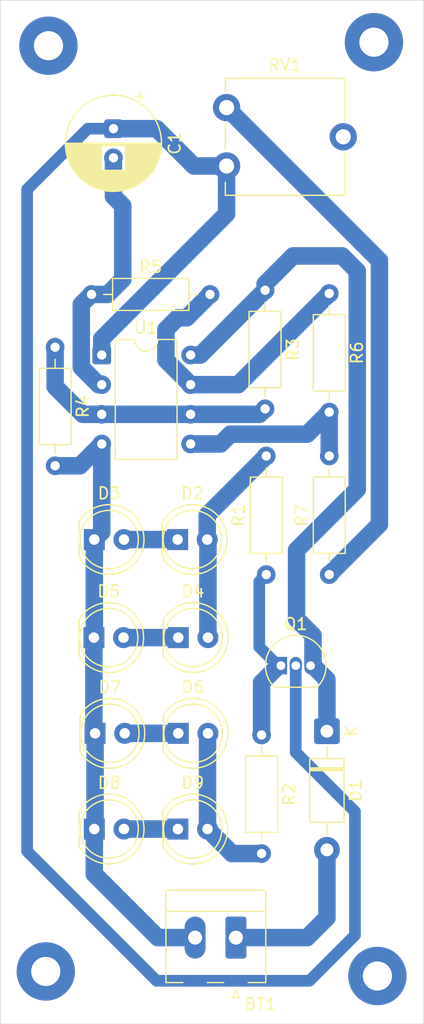
<source format=kicad_pcb>
(kicad_pcb (version 20241229) (generator "pcbnew") (generator_version "9.0")
  (title_block (title "Simulador respiracion humana") (date "2026-01-06") (rev "1.0") (company "Kits de electronica"))
  (layers (0 "F.Cu" signal) (2 "B.Cu" signal) (13 "F.Paste" user) (15 "B.Paste" user) (5 "F.SilkS" user "F.Silkscreen") (7 "B.SilkS" user "B.Silkscreen") (1 "F.Mask" user) (3 "B.Mask" user) (25 "Edge.Cuts" user))
  (net 0 "")
  (net 1 "Net-(BT1--)")
  (net 2 "Net-(BT1-+)")
  (net 3 "Net-(Q1-B)")
  (net 4 "Net-(C1-Pad2)")
  (net 5 "Net-(D1-K)")
  (net 6 "Net-(D2-K)")
  (net 7 "Net-(D2-A)")
  (net 8 "Net-(D4-K)")
  (net 9 "Net-(D6-A)")
  (net 10 "Net-(D6-K)")
  (net 11 "Net-(D8-A)")
  (net 12 "Net-(Q1-E)")
  (net 13 "Net-(R3-Pad2)")
  (net 14 "Net-(R5-Pad2)")
  (net 15 "Net-(R6-Pad2)")
  (net 16 "Net-(R7-Pad1)")
  (footprint "missimbolos:pad" (layer "F.Cu") (at 155.8 124.8)
    (property "Reference" "PadPlaca4" (hide yes))
    (property "Value" "~" (hide yes))
    (pad "1" thru_hole circle (at 0.03 -0.01) (size 5 5) (drill 2.5) (layers "*.Cu" "*.Mask"))
  )
  (footprint "LED_THT:LED_D5.0mm" (layer "F.Cu") (at 131.525 95.8)
    (property "Reference" "D5" (at 1.27 -3.96 0) (layer "F.SilkS"))
    (property "Value" "LED")
    (fp_line (start -1.29 -1.545) (end -1.29 1.545) (stroke (width 0.12)) (layer "F.SilkS"))
    (fp_arc (start -1.29 -1.54483) (mid 2.071779 -2.880495) (end 4.26 0) (stroke (width 0.12)) (layer "F.SilkS"))
    (fp_arc (start 4.26 0) (mid 2.071779 2.880495) (end -1.29 1.54483) (stroke (width 0.12)) (layer "F.SilkS"))
    (fp_circle (center 1.27 0) (end 3.77 0) (stroke (width 0.12)) (fill no) (layer "F.SilkS"))
    (pad "1" thru_hole rect (at 0 0) (size 1.8 1.8) (drill 0.9) (layers "*.Cu" "*.Mask") (net 1 "Net-(BT1--)"))
    (pad "2" thru_hole circle (at 2.54 0) (size 1.8 1.8) (drill 0.9) (layers "*.Cu" "*.Mask") (net 8 "Net-(D4-K)"))
  )
  (footprint "Resistor_THT:R_Axial_DIN0207_L6.3mm_D2.5mm_P10.16mm_Horizontal" (layer "F.Cu") (at 146.2 66.04 -90)
    (property "Reference" "R3" (at 5.08 -2.37 90) (layer "F.SilkS"))
    (property "Value" "47K")
    (fp_line (start 1.04 0) (end 1.81 0) (stroke (width 0.12)) (layer "F.SilkS"))
    (fp_line (start 9.12 0) (end 8.35 0) (stroke (width 0.12)) (layer "F.SilkS"))
    (fp_rect (start 1.81 -1.37) (end 8.35 1.37) (stroke (width 0.12)) (fill no) (layer "F.SilkS"))
    (pad "1" thru_hole circle (at 0 0 270) (size 1.6 1.6) (drill 0.8) (layers "*.Cu" "*.Mask") (net 5 "Net-(D1-K)"))
    (pad "2" thru_hole circle (at 10.16 0 270) (size 1.6 1.6) (drill 0.8) (layers "*.Cu" "*.Mask") (net 13 "Net-(R3-Pad2)"))
  )
  (footprint "missimbolos:pad" (layer "F.Cu") (at 127.6 45.1)
    (property "Reference" "PadPlaca1" (hide yes))
    (property "Value" "~" (hide yes))
    (pad "1" thru_hole circle (at 0.03 -0.01) (size 5 5) (drill 2.5) (layers "*.Cu" "*.Mask"))
  )
  (footprint "LED_THT:LED_D5.0mm" (layer "F.Cu") (at 131.56 87.4)
    (property "Reference" "D3" (at 1.27 -3.96 0) (layer "F.SilkS"))
    (property "Value" "LED")
    (fp_line (start -1.29 -1.545) (end -1.29 1.545) (stroke (width 0.12)) (layer "F.SilkS"))
    (fp_arc (start -1.29 -1.54483) (mid 2.071779 -2.880495) (end 4.26 0) (stroke (width 0.12)) (layer "F.SilkS"))
    (fp_arc (start 4.26 0) (mid 2.071779 2.880495) (end -1.29 1.54483) (stroke (width 0.12)) (layer "F.SilkS"))
    (fp_circle (center 1.27 0) (end 3.77 0) (stroke (width 0.12)) (fill no) (layer "F.SilkS"))
    (pad "1" thru_hole rect (at 0 0) (size 1.8 1.8) (drill 0.9) (layers "*.Cu" "*.Mask") (net 1 "Net-(BT1--)"))
    (pad "2" thru_hole circle (at 2.54 0) (size 1.8 1.8) (drill 0.9) (layers "*.Cu" "*.Mask") (net 6 "Net-(D2-K)"))
  )
  (footprint "Resistor_THT:R_Axial_DIN0207_L6.3mm_D2.5mm_P10.16mm_Horizontal" (layer "F.Cu") (at 145.9 104.14 -90)
    (property "Reference" "R2" (at 5.08 -2.37 90) (layer "F.SilkS"))
    (property "Value" "100")
    (fp_line (start 1.04 0) (end 1.81 0) (stroke (width 0.12)) (layer "F.SilkS"))
    (fp_line (start 9.12 0) (end 8.35 0) (stroke (width 0.12)) (layer "F.SilkS"))
    (fp_rect (start 1.81 -1.37) (end 8.35 1.37) (stroke (width 0.12)) (fill no) (layer "F.SilkS"))
    (pad "1" thru_hole circle (at 0 0 270) (size 1.6 1.6) (drill 0.8) (layers "*.Cu" "*.Mask") (net 12 "Net-(Q1-E)"))
    (pad "2" thru_hole circle (at 10.16 0 270) (size 1.6 1.6) (drill 0.8) (layers "*.Cu" "*.Mask") (net 9 "Net-(D6-A)"))
  )
  (footprint "Diode_THT:D_DO-41_SOD81_P10.16mm_Horizontal" (layer "F.Cu") (at 151.5 103.82 -90)
    (property "Reference" "D1" (at 5.08 -2.47 90) (layer "F.SilkS"))
    (property "Value" "1N4007")
    (fp_line (start 1.34 0) (end 2.36 0) (stroke (width 0.12)) (layer "F.SilkS"))
    (fp_line (start 8.82 0) (end 7.8 0) (stroke (width 0.12)) (layer "F.SilkS"))
    (fp_line (start 3.14 -1.47) (end 3.14 1.47) (stroke (width 0.12)) (layer "F.SilkS"))
    (fp_line (start 3.26 -1.47) (end 3.26 1.47) (stroke (width 0.12)) (layer "F.SilkS"))
    (fp_line (start 3.38 -1.47) (end 3.38 1.47) (stroke (width 0.12)) (layer "F.SilkS"))
    (fp_rect (start 2.36 -1.47) (end 7.8 1.47) (stroke (width 0.12)) (fill no) (layer "F.SilkS"))
    (fp_text user "K" (at 0 -2.1 90) (layer "F.SilkS"))
    (pad "1" thru_hole roundrect (at 0 0 270) (size 2.2 2.2) (drill 1.1) (layers "*.Cu" "*.Mask") (roundrect_rratio 0.113636) (net 5 "Net-(D1-K)"))
    (pad "2" thru_hole circle (at 10.16 0 270) (size 2.2 2.2) (drill 1.1) (layers "*.Cu" "*.Mask") (net 2 "Net-(BT1-+)"))
  )
  (footprint "Resistor_THT:R_Axial_DIN0207_L6.3mm_D2.5mm_P10.16mm_Horizontal" (layer "F.Cu") (at 131.32 66.4)
    (property "Reference" "R5" (at 5.08 -2.37 0) (layer "F.SilkS"))
    (property "Value" "47K")
    (fp_line (start 1.04 0) (end 1.81 0) (stroke (width 0.12)) (layer "F.SilkS"))
    (fp_line (start 9.12 0) (end 8.35 0) (stroke (width 0.12)) (layer "F.SilkS"))
    (fp_rect (start 1.81 -1.37) (end 8.35 1.37) (stroke (width 0.12)) (fill no) (layer "F.SilkS"))
    (pad "1" thru_hole circle (at 0 0) (size 1.6 1.6) (drill 0.8) (layers "*.Cu" "*.Mask") (net 4 "Net-(C1-Pad2)"))
    (pad "2" thru_hole circle (at 10.16 0) (size 1.6 1.6) (drill 0.8) (layers "*.Cu" "*.Mask") (net 14 "Net-(R5-Pad2)"))
  )
  (footprint "missimbolos:pad" (layer "F.Cu") (at 155.5 44.8)
    (property "Reference" "PadPlaca2" (hide yes))
    (property "Value" "~" (hide yes))
    (pad "1" thru_hole circle (at 0.03 -0.01) (size 5 5) (drill 2.5) (layers "*.Cu" "*.Mask"))
  )
  (footprint "Capacitor_THT:CP_Radial_D8.0mm_P2.50mm" (layer "F.Cu") (at 133.2 52.2 -90)
    (property "Reference" "C1" (at 1.25 -5.25 90) (layer "F.SilkS"))
    (property "Value" "22uF")
    (fp_line (start 1.49 1.04) (end 1.49 4.073) (stroke (width 0.12)) (layer "F.SilkS"))
    (fp_line (start 1.53 1.04) (end 1.53 4.07) (stroke (width 0.12)) (layer "F.SilkS"))
    (fp_line (start 1.57 1.04) (end 1.57 4.068) (stroke (width 0.12)) (layer "F.SilkS"))
    (fp_line (start 1.61 1.04) (end 1.61 4.064) (stroke (width 0.12)) (layer "F.SilkS"))
    (fp_line (start 1.65 1.04) (end 1.65 4.061) (stroke (width 0.12)) (layer "F.SilkS"))
    (fp_line (start 1.69 1.04) (end 1.69 4.056) (stroke (width 0.12)) (layer "F.SilkS"))
    (fp_line (start 1.73 1.04) (end 1.73 4.052) (stroke (width 0.12)) (layer "F.SilkS"))
    (fp_line (start 1.77 1.04) (end 1.77 4.047) (stroke (width 0.12)) (layer "F.SilkS"))
    (fp_line (start 1.81 1.04) (end 1.81 4.042) (stroke (width 0.12)) (layer "F.SilkS"))
    (fp_line (start 1.85 1.04) (end 1.85 4.036) (stroke (width 0.12)) (layer "F.SilkS"))
    (fp_line (start 1.89 1.04) (end 1.89 4.03) (stroke (width 0.12)) (layer "F.SilkS"))
    (fp_line (start 1.93 1.04) (end 1.93 4.023) (stroke (width 0.12)) (layer "F.SilkS"))
    (fp_line (start 1.97 1.04) (end 1.97 4.017) (stroke (width 0.12)) (layer "F.SilkS"))
    (fp_line (start 2.01 1.04) (end 2.01 4.009) (stroke (width 0.12)) (layer "F.SilkS"))
    (fp_line (start 2.05 1.04) (end 2.05 4.002) (stroke (width 0.12)) (layer "F.SilkS"))
    (fp_line (start 2.09 1.04) (end 2.09 3.993) (stroke (width 0.12)) (layer "F.SilkS"))
    (fp_line (start 2.13 1.04) (end 2.13 3.985) (stroke (width 0.12)) (layer "F.SilkS"))
    (fp_line (start 2.17 1.04) (end 2.17 3.976) (stroke (width 0.12)) (layer "F.SilkS"))
    (fp_line (start 2.21 1.04) (end 2.21 3.967) (stroke (width 0.12)) (layer "F.SilkS"))
    (fp_line (start 2.25 1.04) (end 2.25 3.957) (stroke (width 0.12)) (layer "F.SilkS"))
    (fp_line (start 2.29 1.04) (end 2.29 3.947) (stroke (width 0.12)) (layer "F.SilkS"))
    (fp_line (start 2.33 1.04) (end 2.33 3.936) (stroke (width 0.12)) (layer "F.SilkS"))
    (fp_line (start 2.37 1.04) (end 2.37 3.925) (stroke (width 0.12)) (layer "F.SilkS"))
    (fp_line (start 2.41 1.04) (end 2.41 3.913) (stroke (width 0.12)) (layer "F.SilkS"))
    (fp_line (start 2.45 1.04) (end 2.45 3.901) (stroke (width 0.12)) (layer "F.SilkS"))
    (fp_line (start 2.49 1.04) (end 2.49 3.889) (stroke (width 0.12)) (layer "F.SilkS"))
    (fp_line (start 2.53 1.04) (end 2.53 3.876) (stroke (width 0.12)) (layer "F.SilkS"))
    (fp_line (start 2.57 1.04) (end 2.57 3.863) (stroke (width 0.12)) (layer "F.SilkS"))
    (fp_line (start 2.61 1.04) (end 2.61 3.849) (stroke (width 0.12)) (layer "F.SilkS"))
    (fp_line (start 2.65 1.04) (end 2.65 3.835) (stroke (width 0.12)) (layer "F.SilkS"))
    (fp_line (start 2.69 1.04) (end 2.69 3.82) (stroke (width 0.12)) (layer "F.SilkS"))
    (fp_line (start 2.73 1.04) (end 2.73 3.805) (stroke (width 0.12)) (layer "F.SilkS"))
    (fp_line (start 2.77 1.04) (end 2.77 3.789) (stroke (width 0.12)) (layer "F.SilkS"))
    (fp_line (start 2.81 1.04) (end 2.81 3.773) (stroke (width 0.12)) (layer "F.SilkS"))
    (fp_line (start 2.85 1.04) (end 2.85 3.757) (stroke (width 0.12)) (layer "F.SilkS"))
    (fp_line (start 2.89 1.04) (end 2.89 3.74) (stroke (width 0.12)) (layer "F.SilkS"))
    (fp_line (start 2.93 1.04) (end 2.93 3.722) (stroke (width 0.12)) (layer "F.SilkS"))
    (fp_line (start 2.97 1.04) (end 2.97 3.704) (stroke (width 0.12)) (layer "F.SilkS"))
    (fp_line (start 3.01 1.04) (end 3.01 3.685) (stroke (width 0.12)) (layer "F.SilkS"))
    (fp_line (start 3.05 1.04) (end 3.05 3.666) (stroke (width 0.12)) (layer "F.SilkS"))
    (fp_line (start 3.09 1.04) (end 3.09 3.646) (stroke (width 0.12)) (layer "F.SilkS"))
    (fp_line (start 3.13 1.04) (end 3.13 3.626) (stroke (width 0.12)) (layer "F.SilkS"))
    (fp_line (start 3.17 1.04) (end 3.17 3.605) (stroke (width 0.12)) (layer "F.SilkS"))
    (fp_line (start 3.21 1.04) (end 3.21 3.584) (stroke (width 0.12)) (layer "F.SilkS"))
    (fp_line (start 3.25 1.04) (end 3.25 3.562) (stroke (width 0.12)) (layer "F.SilkS"))
    (fp_line (start 3.29 1.04) (end 3.29 3.539) (stroke (width 0.12)) (layer "F.SilkS"))
    (fp_line (start 3.33 1.04) (end 3.33 3.516) (stroke (width 0.12)) (layer "F.SilkS"))
    (fp_line (start 3.37 1.04) (end 3.37 3.493) (stroke (width 0.12)) (layer "F.SilkS"))
    (fp_line (start 3.41 1.04) (end 3.41 3.468) (stroke (width 0.12)) (layer "F.SilkS"))
    (fp_line (start 3.45 1.04) (end 3.45 3.443) (stroke (width 0.12)) (layer "F.SilkS"))
    (fp_line (start 3.49 1.04) (end 3.49 3.418) (stroke (width 0.12)) (layer "F.SilkS"))
    (fp_line (start 3.53 1.04) (end 3.53 3.392) (stroke (width 0.12)) (layer "F.SilkS"))
    (fp_line (start 5.33 -0.533) (end 5.33 0.533) (stroke (width 0.12)) (layer "F.SilkS"))
    (fp_line (start 5.29 -0.768) (end 5.29 0.768) (stroke (width 0.12)) (layer "F.SilkS"))
    (fp_line (start 5.25 -0.947) (end 5.25 0.947) (stroke (width 0.12)) (layer "F.SilkS"))
    (fp_line (start 5.21 -1.097) (end 5.21 1.097) (stroke (width 0.12)) (layer "F.SilkS"))
    (fp_line (start 5.17 -1.228) (end 5.17 1.228) (stroke (width 0.12)) (layer "F.SilkS"))
    (fp_line (start 5.13 -1.346) (end 5.13 1.346) (stroke (width 0.12)) (layer "F.SilkS"))
    (fp_line (start 5.09 -1.453) (end 5.09 1.453) (stroke (width 0.12)) (layer "F.SilkS"))
    (fp_line (start 5.05 -1.552) (end 5.05 1.552) (stroke (width 0.12)) (layer "F.SilkS"))
    (fp_line (start 5.01 -1.644) (end 5.01 1.644) (stroke (width 0.12)) (layer "F.SilkS"))
    (fp_line (start 4.97 -1.731) (end 4.97 1.731) (stroke (width 0.12)) (layer "F.SilkS"))
    (fp_line (start 4.93 -1.813) (end 4.93 1.813) (stroke (width 0.12)) (layer "F.SilkS"))
    (fp_line (start 4.89 -1.89) (end 4.89 1.89) (stroke (width 0.12)) (layer "F.SilkS"))
    (fp_line (start 4.85 -1.964) (end 4.85 1.964) (stroke (width 0.12)) (layer "F.SilkS"))
    (fp_line (start 4.81 -2.034) (end 4.81 2.034) (stroke (width 0.12)) (layer "F.SilkS"))
    (fp_line (start 4.77 -2.101) (end 4.77 2.101) (stroke (width 0.12)) (layer "F.SilkS"))
    (fp_line (start 4.73 -2.165) (end 4.73 2.165) (stroke (width 0.12)) (layer "F.SilkS"))
    (fp_line (start 4.69 -2.227) (end 4.69 2.227) (stroke (width 0.12)) (layer "F.SilkS"))
    (fp_line (start 4.65 -2.287) (end 4.65 2.287) (stroke (width 0.12)) (layer "F.SilkS"))
    (fp_line (start -3.159698 -2.315) (end -2.359698 -2.315) (stroke (width 0.12)) (layer "F.SilkS"))
    (fp_line (start 4.61 -2.344) (end 4.61 2.344) (stroke (width 0.12)) (layer "F.SilkS"))
    (fp_line (start 4.57 -2.4) (end 4.57 2.4) (stroke (width 0.12)) (layer "F.SilkS"))
    (fp_line (start 4.53 -2.453) (end 4.53 2.453) (stroke (width 0.12)) (layer "F.SilkS"))
    (fp_line (start 4.49 -2.505) (end 4.49 2.505) (stroke (width 0.12)) (layer "F.SilkS"))
    (fp_line (start 4.45 -2.555) (end 4.45 2.555) (stroke (width 0.12)) (layer "F.SilkS"))
    (fp_line (start 4.41 -2.604) (end 4.41 2.604) (stroke (width 0.12)) (layer "F.SilkS"))
    (fp_line (start 4.37 -2.651) (end 4.37 2.651) (stroke (width 0.12)) (layer "F.SilkS"))
    (fp_line (start 4.33 -2.696) (end 4.33 2.696) (stroke (width 0.12)) (layer "F.SilkS"))
    (fp_line (start -2.759698 -2.715) (end -2.759698 -1.915) (stroke (width 0.12)) (layer "F.SilkS"))
    (fp_line (start 4.29 -2.741) (end 4.29 2.741) (stroke (width 0.12)) (layer "F.SilkS"))
    (fp_line (start 4.25 -2.784) (end 4.25 2.784) (stroke (width 0.12)) (layer "F.SilkS"))
    (fp_line (start 4.21 -2.826) (end 4.21 2.826) (stroke (width 0.12)) (layer "F.SilkS"))
    (fp_line (start 4.17 -2.867) (end 4.17 2.867) (stroke (width 0.12)) (layer "F.SilkS"))
    (fp_line (start 4.13 -2.906) (end 4.13 2.906) (stroke (width 0.12)) (layer "F.SilkS"))
    (fp_line (start 4.09 -2.945) (end 4.09 2.945) (stroke (width 0.12)) (layer "F.SilkS"))
    (fp_line (start 4.05 -2.982) (end 4.05 2.982) (stroke (width 0.12)) (layer "F.SilkS"))
    (fp_line (start 4.01 -3.019) (end 4.01 3.019) (stroke (width 0.12)) (layer "F.SilkS"))
    (fp_line (start 3.97 -3.055) (end 3.97 3.055) (stroke (width 0.12)) (layer "F.SilkS"))
    (fp_line (start 3.93 -3.089) (end 3.93 3.089) (stroke (width 0.12)) (layer "F.SilkS"))
    (fp_line (start 3.89 -3.123) (end 3.89 3.123) (stroke (width 0.12)) (layer "F.SilkS"))
    (fp_line (start 3.85 -3.156) (end 3.85 3.156) (stroke (width 0.12)) (layer "F.SilkS"))
    (fp_line (start 3.81 -3.188) (end 3.81 3.188) (stroke (width 0.12)) (layer "F.SilkS"))
    (fp_line (start 3.77 -3.219) (end 3.77 3.219) (stroke (width 0.12)) (layer "F.SilkS"))
    (fp_line (start 3.73 -3.25) (end 3.73 3.25) (stroke (width 0.12)) (layer "F.SilkS"))
    (fp_line (start 3.69 -3.28) (end 3.69 3.28) (stroke (width 0.12)) (layer "F.SilkS"))
    (fp_line (start 3.65 -3.309) (end 3.65 3.309) (stroke (width 0.12)) (layer "F.SilkS"))
    (fp_line (start 3.61 -3.337) (end 3.61 3.337) (stroke (width 0.12)) (layer "F.SilkS"))
    (fp_line (start 3.57 -3.365) (end 3.57 3.365) (stroke (width 0.12)) (layer "F.SilkS"))
    (fp_line (start 3.53 -3.392) (end 3.53 -1.04) (stroke (width 0.12)) (layer "F.SilkS"))
    (fp_line (start 3.49 -3.418) (end 3.49 -1.04) (stroke (width 0.12)) (layer "F.SilkS"))
    (fp_line (start 3.45 -3.443) (end 3.45 -1.04) (stroke (width 0.12)) (layer "F.SilkS"))
    (fp_line (start 3.41 -3.468) (end 3.41 -1.04) (stroke (width 0.12)) (layer "F.SilkS"))
    (fp_line (start 3.37 -3.493) (end 3.37 -1.04) (stroke (width 0.12)) (layer "F.SilkS"))
    (fp_line (start 3.33 -3.516) (end 3.33 -1.04) (stroke (width 0.12)) (layer "F.SilkS"))
    (fp_line (start 3.29 -3.539) (end 3.29 -1.04) (stroke (width 0.12)) (layer "F.SilkS"))
    (fp_line (start 3.25 -3.562) (end 3.25 -1.04) (stroke (width 0.12)) (layer "F.SilkS"))
    (fp_line (start 3.21 -3.584) (end 3.21 -1.04) (stroke (width 0.12)) (layer "F.SilkS"))
    (fp_line (start 3.17 -3.605) (end 3.17 -1.04) (stroke (width 0.12)) (layer "F.SilkS"))
    (fp_line (start 3.13 -3.626) (end 3.13 -1.04) (stroke (width 0.12)) (layer "F.SilkS"))
    (fp_line (start 3.09 -3.646) (end 3.09 -1.04) (stroke (width 0.12)) (layer "F.SilkS"))
    (fp_line (start 3.05 -3.666) (end 3.05 -1.04) (stroke (width 0.12)) (layer "F.SilkS"))
    (fp_line (start 3.01 -3.685) (end 3.01 -1.04) (stroke (width 0.12)) (layer "F.SilkS"))
    (fp_line (start 2.97 -3.704) (end 2.97 -1.04) (stroke (width 0.12)) (layer "F.SilkS"))
    (fp_line (start 2.93 -3.722) (end 2.93 -1.04) (stroke (width 0.12)) (layer "F.SilkS"))
    (fp_line (start 2.89 -3.74) (end 2.89 -1.04) (stroke (width 0.12)) (layer "F.SilkS"))
    (fp_line (start 2.85 -3.757) (end 2.85 -1.04) (stroke (width 0.12)) (layer "F.SilkS"))
    (fp_line (start 2.81 -3.773) (end 2.81 -1.04) (stroke (width 0.12)) (layer "F.SilkS"))
    (fp_line (start 2.77 -3.789) (end 2.77 -1.04) (stroke (width 0.12)) (layer "F.SilkS"))
    (fp_line (start 2.73 -3.805) (end 2.73 -1.04) (stroke (width 0.12)) (layer "F.SilkS"))
    (fp_line (start 2.69 -3.82) (end 2.69 -1.04) (stroke (width 0.12)) (layer "F.SilkS"))
    (fp_line (start 2.65 -3.835) (end 2.65 -1.04) (stroke (width 0.12)) (layer "F.SilkS"))
    (fp_line (start 2.61 -3.849) (end 2.61 -1.04) (stroke (width 0.12)) (layer "F.SilkS"))
    (fp_line (start 2.57 -3.863) (end 2.57 -1.04) (stroke (width 0.12)) (layer "F.SilkS"))
    (fp_line (start 2.53 -3.876) (end 2.53 -1.04) (stroke (width 0.12)) (layer "F.SilkS"))
    (fp_line (start 2.49 -3.889) (end 2.49 -1.04) (stroke (width 0.12)) (layer "F.SilkS"))
    (fp_line (start 2.45 -3.901) (end 2.45 -1.04) (stroke (width 0.12)) (layer "F.SilkS"))
    (fp_line (start 2.41 -3.913) (end 2.41 -1.04) (stroke (width 0.12)) (layer "F.SilkS"))
    (fp_line (start 2.37 -3.925) (end 2.37 -1.04) (stroke (width 0.12)) (layer "F.SilkS"))
    (fp_line (start 2.33 -3.936) (end 2.33 -1.04) (stroke (width 0.12)) (layer "F.SilkS"))
    (fp_line (start 2.29 -3.947) (end 2.29 -1.04) (stroke (width 0.12)) (layer "F.SilkS"))
    (fp_line (start 2.25 -3.957) (end 2.25 -1.04) (stroke (width 0.12)) (layer "F.SilkS"))
    (fp_line (start 2.21 -3.967) (end 2.21 -1.04) (stroke (width 0.12)) (layer "F.SilkS"))
    (fp_line (start 2.17 -3.976) (end 2.17 -1.04) (stroke (width 0.12)) (layer "F.SilkS"))
    (fp_line (start 2.13 -3.985) (end 2.13 -1.04) (stroke (width 0.12)) (layer "F.SilkS"))
    (fp_line (start 2.09 -3.993) (end 2.09 -1.04) (stroke (width 0.12)) (layer "F.SilkS"))
    (fp_line (start 2.05 -4.002) (end 2.05 -1.04) (stroke (width 0.12)) (layer "F.SilkS"))
    (fp_line (start 2.01 -4.009) (end 2.01 -1.04) (stroke (width 0.12)) (layer "F.SilkS"))
    (fp_line (start 1.97 -4.017) (end 1.97 -1.04) (stroke (width 0.12)) (layer "F.SilkS"))
    (fp_line (start 1.93 -4.023) (end 1.93 -1.04) (stroke (width 0.12)) (layer "F.SilkS"))
    (fp_line (start 1.89 -4.03) (end 1.89 -1.04) (stroke (width 0.12)) (layer "F.SilkS"))
    (fp_line (start 1.85 -4.036) (end 1.85 -1.04) (stroke (width 0.12)) (layer "F.SilkS"))
    (fp_line (start 1.81 -4.042) (end 1.81 -1.04) (stroke (width 0.12)) (layer "F.SilkS"))
    (fp_line (start 1.77 -4.047) (end 1.77 -1.04) (stroke (width 0.12)) (layer "F.SilkS"))
    (fp_line (start 1.73 -4.052) (end 1.73 -1.04) (stroke (width 0.12)) (layer "F.SilkS"))
    (fp_line (start 1.69 -4.056) (end 1.69 -1.04) (stroke (width 0.12)) (layer "F.SilkS"))
    (fp_line (start 1.65 -4.061) (end 1.65 -1.04) (stroke (width 0.12)) (layer "F.SilkS"))
    (fp_line (start 1.61 -4.064) (end 1.61 -1.04) (stroke (width 0.12)) (layer "F.SilkS"))
    (fp_line (start 1.57 -4.068) (end 1.57 -1.04) (stroke (width 0.12)) (layer "F.SilkS"))
    (fp_line (start 1.53 -4.07) (end 1.53 -1.04) (stroke (width 0.12)) (layer "F.SilkS"))
    (fp_line (start 1.49 -4.073) (end 1.49 -1.04) (stroke (width 0.12)) (layer "F.SilkS"))
    (fp_line (start 1.45 -4.075) (end 1.45 4.075) (stroke (width 0.12)) (layer "F.SilkS"))
    (fp_line (start 1.41 -4.077) (end 1.41 4.077) (stroke (width 0.12)) (layer "F.SilkS"))
    (fp_line (start 1.37 -4.078) (end 1.37 4.078) (stroke (width 0.12)) (layer "F.SilkS"))
    (fp_line (start 1.33 -4.079) (end 1.33 4.079) (stroke (width 0.12)) (layer "F.SilkS"))
    (fp_line (start 1.25 -4.08) (end 1.25 4.08) (stroke (width 0.12)) (layer "F.SilkS"))
    (fp_line (start 1.29 -4.08) (end 1.29 4.08) (stroke (width 0.12)) (layer "F.SilkS"))
    (fp_circle (center 1.25 0) (end 5.37 0) (stroke (width 0.12)) (fill no) (layer "F.SilkS"))
    (pad "1" thru_hole roundrect (at 0 0 270) (size 1.6 1.6) (drill 0.8) (layers "*.Cu" "*.Mask") (roundrect_rratio 0.15625) (net 3 "Net-(Q1-B)"))
    (pad "2" thru_hole circle (at 2.5 0 270) (size 1.6 1.6) (drill 0.8) (layers "*.Cu" "*.Mask") (net 4 "Net-(C1-Pad2)"))
  )
  (footprint "Resistor_THT:R_Axial_DIN0207_L6.3mm_D2.5mm_P10.16mm_Horizontal" (layer "F.Cu") (at 146.3 90.4 90)
    (property "Reference" "R1" (at 5.08 -2.37 90) (layer "F.SilkS"))
    (property "Value" "100")
    (fp_line (start 9.12 0) (end 8.35 0) (stroke (width 0.12)) (layer "F.SilkS"))
    (fp_line (start 1.04 0) (end 1.81 0) (stroke (width 0.12)) (layer "F.SilkS"))
    (fp_rect (start 1.81 -1.37) (end 8.35 1.37) (stroke (width 0.12)) (fill no) (layer "F.SilkS"))
    (pad "1" thru_hole circle (at 0 0 90) (size 1.6 1.6) (drill 0.8) (layers "*.Cu" "*.Mask") (net 12 "Net-(Q1-E)"))
    (pad "2" thru_hole circle (at 10.16 0 90) (size 1.6 1.6) (drill 0.8) (layers "*.Cu" "*.Mask") (net 7 "Net-(D2-A)"))
  )
  (footprint "Potentiometer_THT:Potentiometer_ACP_CA9-V10_Vertical" (layer "F.Cu") (at 142.9 55.395)
    (property "Reference" "RV1" (at 5 -8.65 0) (layer "F.SilkS"))
    (property "Value" "100K")
    (fp_line (start -0.11 -7.51) (end -0.11 -6.396) (stroke (width 0.12)) (layer "F.SilkS"))
    (fp_line (start -0.11 -7.51) (end 10.11 -7.51) (stroke (width 0.12)) (layer "F.SilkS"))
    (fp_line (start -0.11 -3.604) (end -0.11 -1.396) (stroke (width 0.12)) (layer "F.SilkS"))
    (fp_line (start -0.11 1.396) (end -0.11 2.51) (stroke (width 0.12)) (layer "F.SilkS"))
    (fp_line (start -0.11 2.51) (end 10.11 2.51) (stroke (width 0.12)) (layer "F.SilkS"))
    (fp_line (start 10.11 -7.51) (end 10.11 -3.896) (stroke (width 0.12)) (layer "F.SilkS"))
    (fp_line (start 10.11 -1.104) (end 10.11 2.51) (stroke (width 0.12)) (layer "F.SilkS"))
    (pad "1" thru_hole circle (at 0 0) (size 2.34 2.34) (drill 1.3) (layers "*.Cu" "*.Mask") (net 3 "Net-(Q1-B)"))
    (pad "2" thru_hole circle (at 10 -2.5) (size 2.34 2.34) (drill 1.3) (layers "*.Cu" "*.Mask"))
    (pad "3" thru_hole circle (at 0 -5) (size 2.34 2.34) (drill 1.3) (layers "*.Cu" "*.Mask") (net 16 "Net-(R7-Pad1)"))
  )
  (footprint "missimbolos:pad" (layer "F.Cu") (at 127.37 124.41)
    (property "Reference" "PadPlaca3" (hide yes))
    (property "Value" "~" (hide yes))
    (pad "1" thru_hole circle (at 0.03 -0.01) (size 5 5) (drill 2.5) (layers "*.Cu" "*.Mask"))
  )
  (footprint "Conectores_screw:PhoenixContact_MKDS_1,5_2-1727010-1x02_P3.50mm" (layer "F.Cu") (at 143.7 124.04 180)
    (property "Reference" "BT1" (at -2.1 -3.16 0) (layer "F.SilkS"))
    (property "Value" "9V")
    (fp_line (start 6 6.6) (end 6 -1.31) (stroke (width 0.12)) (layer "F.SilkS"))
    (fp_line (start 4.55 -1.31) (end 6 -1.31) (stroke (width 0.12)) (layer "F.SilkS"))
    (fp_line (start 1.05 -1.31) (end 2.45 -1.31) (stroke (width 0.12)) (layer "F.SilkS"))
    (fp_line (start 0.3 -2.6) (end 0 -2) (stroke (width 0.12)) (layer "F.SilkS"))
    (fp_line (start 0 -2) (end -0.3 -2.6) (stroke (width 0.12)) (layer "F.SilkS"))
    (fp_line (start -0.3 -2.6) (end 0.3 -2.6) (stroke (width 0.12)) (layer "F.SilkS"))
    (fp_line (start -2.56 6.6) (end 6 6.6) (stroke (width 0.12)) (layer "F.SilkS"))
    (fp_line (start -2.56 4.8) (end 6 4.8) (stroke (width 0.12)) (layer "F.SilkS"))
    (fp_line (start -2.56 -1.31) (end -1.05 -1.31) (stroke (width 0.12)) (layer "F.SilkS"))
    (fp_line (start -2.56 -1.31) (end -2.56 6.6) (stroke (width 0.12)) (layer "F.SilkS"))
    (pad "1" thru_hole roundrect (at 0 2.54 180) (size 1.8 3.6) (drill 1.2) (layers "*.Cu" "*.Mask") (roundrect_rratio 0.138889) (net 2 "Net-(BT1-+)"))
    (pad "2" thru_hole oval (at 3.5 2.54 180) (size 1.8 3.6) (drill 1.2) (layers "*.Cu" "*.Mask") (net 1 "Net-(BT1--)"))
  )
  (footprint "Package_DIP:DIP-8_W7.62mm" (layer "F.Cu") (at 132.195 71.59)
    (property "Reference" "U1" (at 3.81 -2.33 0) (layer "F.SilkS"))
    (property "Value" "~")
    (fp_line (start 1.16 -1.33) (end 1.16 8.95) (stroke (width 0.12)) (layer "F.SilkS"))
    (fp_line (start 1.16 8.95) (end 6.46 8.95) (stroke (width 0.12)) (layer "F.SilkS"))
    (fp_line (start 2.81 -1.33) (end 1.16 -1.33) (stroke (width 0.12)) (layer "F.SilkS"))
    (fp_line (start 6.46 -1.33) (end 4.81 -1.33) (stroke (width 0.12)) (layer "F.SilkS"))
    (fp_line (start 6.46 8.95) (end 6.46 -1.33) (stroke (width 0.12)) (layer "F.SilkS"))
    (fp_arc (start 4.81 -1.33) (mid 3.81 -0.33) (end 2.81 -1.33) (stroke (width 0.12)) (layer "F.SilkS"))
    (pad "1" thru_hole roundrect (at 0 0) (size 1.6 1.6) (drill 0.8) (layers "*.Cu" "*.Mask") (roundrect_rratio 0.15625) (net 3 "Net-(Q1-B)"))
    (pad "2" thru_hole circle (at 0 2.54) (size 1.6 1.6) (drill 0.8) (layers "*.Cu" "*.Mask") (net 4 "Net-(C1-Pad2)"))
    (pad "3" thru_hole circle (at 0 5.08) (size 1.6 1.6) (drill 0.8) (layers "*.Cu" "*.Mask") (net 13 "Net-(R3-Pad2)"))
    (pad "4" thru_hole circle (at 0 7.62) (size 1.6 1.6) (drill 0.8) (layers "*.Cu" "*.Mask") (net 1 "Net-(BT1--)"))
    (pad "5" thru_hole circle (at 7.62 7.62) (size 1.6 1.6) (drill 0.8) (layers "*.Cu" "*.Mask") (net 15 "Net-(R6-Pad2)"))
    (pad "6" thru_hole circle (at 7.62 5.08) (size 1.6 1.6) (drill 0.8) (layers "*.Cu" "*.Mask") (net 13 "Net-(R3-Pad2)"))
    (pad "7" thru_hole circle (at 7.62 2.54) (size 1.6 1.6) (drill 0.8) (layers "*.Cu" "*.Mask") (net 14 "Net-(R5-Pad2)"))
    (pad "8" thru_hole circle (at 7.62 0) (size 1.6 1.6) (drill 0.8) (layers "*.Cu" "*.Mask") (net 5 "Net-(D1-K)"))
  )
  (footprint "Resistor_THT:R_Axial_DIN0207_L6.3mm_D2.5mm_P10.16mm_Horizontal" (layer "F.Cu") (at 128.2 70.92 -90)
    (property "Reference" "R4" (at 5.08 -2.37 90) (layer "F.SilkS"))
    (property "Value" "47K")
    (fp_line (start 1.04 0) (end 1.81 0) (stroke (width 0.12)) (layer "F.SilkS"))
    (fp_line (start 9.12 0) (end 8.35 0) (stroke (width 0.12)) (layer "F.SilkS"))
    (fp_rect (start 1.81 -1.37) (end 8.35 1.37) (stroke (width 0.12)) (fill no) (layer "F.SilkS"))
    (pad "1" thru_hole circle (at 0 0 270) (size 1.6 1.6) (drill 0.8) (layers "*.Cu" "*.Mask") (net 13 "Net-(R3-Pad2)"))
    (pad "2" thru_hole circle (at 10.16 0 270) (size 1.6 1.6) (drill 0.8) (layers "*.Cu" "*.Mask") (net 1 "Net-(BT1--)"))
  )
  (footprint "LED_THT:LED_D5.0mm" (layer "F.Cu") (at 131.56 112.2)
    (property "Reference" "D8" (at 1.27 -3.96 0) (layer "F.SilkS"))
    (property "Value" "LED")
    (fp_line (start -1.29 -1.545) (end -1.29 1.545) (stroke (width 0.12)) (layer "F.SilkS"))
    (fp_arc (start -1.29 -1.54483) (mid 2.071779 -2.880495) (end 4.26 0) (stroke (width 0.12)) (layer "F.SilkS"))
    (fp_arc (start 4.26 0) (mid 2.071779 2.880495) (end -1.29 1.54483) (stroke (width 0.12)) (layer "F.SilkS"))
    (fp_circle (center 1.27 0) (end 3.77 0) (stroke (width 0.12)) (fill no) (layer "F.SilkS"))
    (pad "1" thru_hole rect (at 0 0) (size 1.8 1.8) (drill 0.9) (layers "*.Cu" "*.Mask") (net 1 "Net-(BT1--)"))
    (pad "2" thru_hole circle (at 2.54 0) (size 1.8 1.8) (drill 0.9) (layers "*.Cu" "*.Mask") (net 11 "Net-(D8-A)"))
  )
  (footprint "Package_TO_SOT_THT:TO-92_Inline" (layer "F.Cu") (at 147.56 98.2)
    (property "Reference" "Q1" (at 1.27 -3.56 0) (layer "F.SilkS"))
    (property "Value" "S8050")
    (fp_line (start -0.53 1.85) (end 3.07 1.85) (stroke (width 0.12)) (layer "F.SilkS"))
    (fp_arc (start -0.568478 1.838478) (mid -1.132087 -0.994977) (end 1.27 -2.6) (stroke (width 0.12)) (layer "F.SilkS"))
    (fp_arc (start 1.27 -2.6) (mid 3.672087 -0.994977) (end 3.108478 1.838478) (stroke (width 0.12)) (layer "F.SilkS"))
    (pad "1" thru_hole rect (at 0 0) (size 1.05 1.5) (drill 0.75) (layers "*.Cu" "*.Mask") (net 12 "Net-(Q1-E)"))
    (pad "2" thru_hole oval (at 1.27 0) (size 1.05 1.5) (drill 0.75) (layers "*.Cu" "*.Mask") (net 3 "Net-(Q1-B)"))
    (pad "3" thru_hole oval (at 2.54 0) (size 1.05 1.5) (drill 0.75) (layers "*.Cu" "*.Mask") (net 5 "Net-(D1-K)"))
  )
  (footprint "LED_THT:LED_D5.0mm" (layer "F.Cu") (at 138.7 87.4)
    (property "Reference" "D2" (at 1.27 -3.96 0) (layer "F.SilkS"))
    (property "Value" "LED")
    (fp_line (start -1.29 -1.545) (end -1.29 1.545) (stroke (width 0.12)) (layer "F.SilkS"))
    (fp_arc (start -1.29 -1.54483) (mid 2.071779 -2.880495) (end 4.26 0) (stroke (width 0.12)) (layer "F.SilkS"))
    (fp_arc (start 4.26 0) (mid 2.071779 2.880495) (end -1.29 1.54483) (stroke (width 0.12)) (layer "F.SilkS"))
    (fp_circle (center 1.27 0) (end 3.77 0) (stroke (width 0.12)) (fill no) (layer "F.SilkS"))
    (pad "1" thru_hole rect (at 0 0) (size 1.8 1.8) (drill 0.9) (layers "*.Cu" "*.Mask") (net 6 "Net-(D2-K)"))
    (pad "2" thru_hole circle (at 2.54 0) (size 1.8 1.8) (drill 0.9) (layers "*.Cu" "*.Mask") (net 7 "Net-(D2-A)"))
  )
  (footprint "Resistor_THT:R_Axial_DIN0207_L6.3mm_D2.5mm_P10.16mm_Horizontal" (layer "F.Cu") (at 151.7 90.4 90)
    (property "Reference" "R7" (at 5.08 -2.37 90) (layer "F.SilkS"))
    (property "Value" "33K")
    (fp_line (start 9.12 0) (end 8.35 0) (stroke (width 0.12)) (layer "F.SilkS"))
    (fp_line (start 1.04 0) (end 1.81 0) (stroke (width 0.12)) (layer "F.SilkS"))
    (fp_rect (start 1.81 -1.37) (end 8.35 1.37) (stroke (width 0.12)) (fill no) (layer "F.SilkS"))
    (pad "1" thru_hole circle (at 0 0 90) (size 1.6 1.6) (drill 0.8) (layers "*.Cu" "*.Mask") (net 16 "Net-(R7-Pad1)"))
    (pad "2" thru_hole circle (at 10.16 0 90) (size 1.6 1.6) (drill 0.8) (layers "*.Cu" "*.Mask") (net 15 "Net-(R6-Pad2)"))
  )
  (footprint "LED_THT:LED_D5.0mm" (layer "F.Cu") (at 138.76 95.8)
    (property "Reference" "D4" (at 1.27 -3.96 0) (layer "F.SilkS"))
    (property "Value" "LED")
    (fp_line (start -1.29 -1.545) (end -1.29 1.545) (stroke (width 0.12)) (layer "F.SilkS"))
    (fp_arc (start -1.29 -1.54483) (mid 2.071779 -2.880495) (end 4.26 0) (stroke (width 0.12)) (layer "F.SilkS"))
    (fp_arc (start 4.26 0) (mid 2.071779 2.880495) (end -1.29 1.54483) (stroke (width 0.12)) (layer "F.SilkS"))
    (fp_circle (center 1.27 0) (end 3.77 0) (stroke (width 0.12)) (fill no) (layer "F.SilkS"))
    (pad "1" thru_hole rect (at 0 0) (size 1.8 1.8) (drill 0.9) (layers "*.Cu" "*.Mask") (net 8 "Net-(D4-K)"))
    (pad "2" thru_hole circle (at 2.54 0) (size 1.8 1.8) (drill 0.9) (layers "*.Cu" "*.Mask") (net 7 "Net-(D2-A)"))
  )
  (footprint "LED_THT:LED_D5.0mm" (layer "F.Cu") (at 138.76 104)
    (property "Reference" "D6" (at 1.27 -3.96 0) (layer "F.SilkS"))
    (property "Value" "LED")
    (fp_line (start -1.29 -1.545) (end -1.29 1.545) (stroke (width 0.12)) (layer "F.SilkS"))
    (fp_arc (start -1.29 -1.54483) (mid 2.071779 -2.880495) (end 4.26 0) (stroke (width 0.12)) (layer "F.SilkS"))
    (fp_arc (start 4.26 0) (mid 2.071779 2.880495) (end -1.29 1.54483) (stroke (width 0.12)) (layer "F.SilkS"))
    (fp_circle (center 1.27 0) (end 3.77 0) (stroke (width 0.12)) (fill no) (layer "F.SilkS"))
    (pad "1" thru_hole rect (at 0 0) (size 1.8 1.8) (drill 0.9) (layers "*.Cu" "*.Mask") (net 10 "Net-(D6-K)"))
    (pad "2" thru_hole circle (at 2.54 0) (size 1.8 1.8) (drill 0.9) (layers "*.Cu" "*.Mask") (net 9 "Net-(D6-A)"))
  )
  (footprint "Resistor_THT:R_Axial_DIN0207_L6.3mm_D2.5mm_P10.16mm_Horizontal" (layer "F.Cu") (at 151.7 66.32 -90)
    (property "Reference" "R6" (at 5.08 -2.37 90) (layer "F.SilkS"))
    (property "Value" "100K")
    (fp_line (start 1.04 0) (end 1.81 0) (stroke (width 0.12)) (layer "F.SilkS"))
    (fp_line (start 9.12 0) (end 8.35 0) (stroke (width 0.12)) (layer "F.SilkS"))
    (fp_rect (start 1.81 -1.37) (end 8.35 1.37) (stroke (width 0.12)) (fill no) (layer "F.SilkS"))
    (pad "1" thru_hole circle (at 0 0 270) (size 1.6 1.6) (drill 0.8) (layers "*.Cu" "*.Mask") (net 14 "Net-(R5-Pad2)"))
    (pad "2" thru_hole circle (at 10.16 0 270) (size 1.6 1.6) (drill 0.8) (layers "*.Cu" "*.Mask") (net 15 "Net-(R6-Pad2)"))
  )
  (footprint "LED_THT:LED_D5.0mm" (layer "F.Cu") (at 131.625 104)
    (property "Reference" "D7" (at 1.27 -3.96 0) (layer "F.SilkS"))
    (property "Value" "LED")
    (fp_line (start -1.29 -1.545) (end -1.29 1.545) (stroke (width 0.12)) (layer "F.SilkS"))
    (fp_arc (start -1.29 -1.54483) (mid 2.071779 -2.880495) (end 4.26 0) (stroke (width 0.12)) (layer "F.SilkS"))
    (fp_arc (start 4.26 0) (mid 2.071779 2.880495) (end -1.29 1.54483) (stroke (width 0.12)) (layer "F.SilkS"))
    (fp_circle (center 1.27 0) (end 3.77 0) (stroke (width 0.12)) (fill no) (layer "F.SilkS"))
    (pad "1" thru_hole rect (at 0 0) (size 1.8 1.8) (drill 0.9) (layers "*.Cu" "*.Mask") (net 1 "Net-(BT1--)"))
    (pad "2" thru_hole circle (at 2.54 0) (size 1.8 1.8) (drill 0.9) (layers "*.Cu" "*.Mask") (net 10 "Net-(D6-K)"))
  )
  (footprint "LED_THT:LED_D5.0mm" (layer "F.Cu") (at 138.725 112.2)
    (property "Reference" "D9" (at 1.27 -3.96 0) (layer "F.SilkS"))
    (property "Value" "LED")
    (fp_line (start -1.29 -1.545) (end -1.29 1.545) (stroke (width 0.12)) (layer "F.SilkS"))
    (fp_arc (start -1.29 -1.54483) (mid 2.071779 -2.880495) (end 4.26 0) (stroke (width 0.12)) (layer "F.SilkS"))
    (fp_arc (start 4.26 0) (mid 2.071779 2.880495) (end -1.29 1.54483) (stroke (width 0.12)) (layer "F.SilkS"))
    (fp_circle (center 1.27 0) (end 3.77 0) (stroke (width 0.12)) (fill no) (layer "F.SilkS"))
    (pad "1" thru_hole rect (at 0 0) (size 1.8 1.8) (drill 0.9) (layers "*.Cu" "*.Mask") (net 11 "Net-(D8-A)"))
    (pad "2" thru_hole circle (at 2.54 0) (size 1.8 1.8) (drill 0.9) (layers "*.Cu" "*.Mask") (net 9 "Net-(D6-A)"))
  )
  (gr_rect (start 123.5 41.2) (end 159.8 128.9) (stroke (width 0.05)) (fill no) (layer "Edge.Cuts"))
  (segment (start 137 121.5) (end 140.2 121.5) (width 1.5) (layer "B.Cu") (net 1))
  (segment (start 131.56 95.765) (end 131.525 95.8) (width 1.5) (layer "B.Cu") (net 1))
  (segment (start 131.56 87.4) (end 131.56 95.765) (width 1.5) (layer "B.Cu") (net 1))
  (segment (start 131.525 103.9) (end 131.625 104) (width 1.5) (layer "B.Cu") (net 1))
  (segment (start 131.525 95.8) (end 131.525 103.9) (width 1.5) (layer "B.Cu") (net 1))
  (segment (start 130.325 81.08) (end 132.195 79.21) (width 1.5) (layer "B.Cu") (net 1))
  (segment (start 128.2 81.08) (end 130.325 81.08) (width 1.5) (layer "B.Cu") (net 1))
  (segment (start 131.625 112.135) (end 131.56 112.2) (width 1.5) (layer "B.Cu") (net 1))
  (segment (start 131.625 104) (end 131.625 112.135) (width 1.5) (layer "B.Cu") (net 1))
  (segment (start 131.56 112.2) (end 131.56 116.06) (width 1.5) (layer "B.Cu") (net 1))
  (segment (start 132.195 86.765) (end 131.56 87.4) (width 1.5) (layer "B.Cu") (net 1))
  (segment (start 131.56 116.06) (end 137 121.5) (width 1.5) (layer "B.Cu") (net 1))
  (segment (start 132.195 79.21) (end 132.195 86.765) (width 1.5) (layer "B.Cu") (net 1))
  (segment (start 149.8 121.5) (end 151.5 119.8) (width 1.5) (layer "B.Cu") (net 2))
  (segment (start 143.7 121.5) (end 149.8 121.5) (width 1.5) (layer "B.Cu") (net 2))
  (segment (start 151.5 119.8) (end 151.5 113.98) (width 1.5) (layer "B.Cu") (net 2))
  (segment (start 150 125.2) (end 136.9 125.2) (width 1) (layer "B.Cu") (net 3))
  (segment (start 148.83 105.63) (end 153.9 110.7) (width 1) (layer "B.Cu") (net 3))
  (segment (start 136.9 52.2) (end 133.2 52.2) (width 1.5) (layer "B.Cu") (net 3))
  (segment (start 142.9 55.395) (end 140.095 55.395) (width 1.5) (layer "B.Cu") (net 3))
  (segment (start 142.9 59.5) (end 142.9 55.395) (width 1.5) (layer "B.Cu") (net 3))
  (segment (start 136.9 125.2) (end 125.8 114.1) (width 1) (layer "B.Cu") (net 3))
  (segment (start 131 52.2) (end 133.2 52.2) (width 1) (layer "B.Cu") (net 3))
  (segment (start 125.8 57.4) (end 131 52.2) (width 1) (layer "B.Cu") (net 3))
  (segment (start 148.83 98.2) (end 148.83 105.63) (width 1) (layer "B.Cu") (net 3))
  (segment (start 125.8 114.1) (end 125.8 57.4) (width 1) (layer "B.Cu") (net 3))
  (segment (start 132.195 71.59) (end 132.195 70.205) (width 1.5) (layer "B.Cu") (net 3))
  (segment (start 153.9 121.3) (end 150 125.2) (width 1) (layer "B.Cu") (net 3))
  (segment (start 132.195 70.205) (end 142.9 59.5) (width 1.5) (layer "B.Cu") (net 3))
  (segment (start 140.095 55.395) (end 136.9 52.2) (width 1.5) (layer "B.Cu") (net 3))
  (segment (start 153.9 110.7) (end 153.9 121.3) (width 1) (layer "B.Cu") (net 3))
  (segment (start 131.3 66.4) (end 130.444 67.256) (width 1.5) (layer "B.Cu") (net 4))
  (segment (start 131.929602 74.13) (end 132.195 74.13) (width 1.5) (layer "B.Cu") (net 4))
  (segment (start 132.7 66.4) (end 131.32 66.4) (width 1.5) (layer "B.Cu") (net 4))
  (segment (start 133.2 58) (end 134 58.8) (width 1.5) (layer "B.Cu") (net 4))
  (segment (start 130.444 67.256) (end 130.444 72.644398) (width 1.5) (layer "B.Cu") (net 4))
  (segment (start 131.32 66.4) (end 131.3 66.4) (width 1.5) (layer "B.Cu") (net 4))
  (segment (start 130.444 72.644398) (end 131.929602 74.13) (width 1.5) (layer "B.Cu") (net 4))
  (segment (start 134 58.8) (end 134 65.1) (width 1.5) (layer "B.Cu") (net 4))
  (segment (start 133.2 54.7) (end 133.2 58) (width 1.5) (layer "B.Cu") (net 4))
  (segment (start 134 65.1) (end 132.7 66.4) (width 1.5) (layer "B.Cu") (net 4))
  (segment (start 146.2 66.04) (end 146.2 65.5) (width 1.5) (layer "B.Cu") (net 5))
  (segment (start 140.65 71.59) (end 146.2 66.04) (width 1.5) (layer "B.Cu") (net 5))
  (segment (start 151.5 99.394) (end 151.5 103.82) (width 1.5) (layer "B.Cu") (net 5))
  (segment (start 154.1 83.1) (end 148.9 88.3) (width 1.5) (layer "B.Cu") (net 5))
  (segment (start 150.306 98.2) (end 151.5 99.394) (width 1.5) (layer "B.Cu") (net 5))
  (segment (start 154.1 64.4) (end 154.1 83.1) (width 1.5) (layer "B.Cu") (net 5))
  (segment (start 148.9 94.2) (end 150.306 95.606) (width 1.5) (layer "B.Cu") (net 5))
  (segment (start 152.8 63.1) (end 154.1 64.4) (width 1.5) (layer "B.Cu") (net 5))
  (segment (start 146.2 65.5) (end 148.6 63.1) (width 1.5) (layer "B.Cu") (net 5))
  (segment (start 150.306 95.606) (end 150.306 98.2) (width 1.5) (layer "B.Cu") (net 5))
  (segment (start 148.6 63.1) (end 152.8 63.1) (width 1.5) (layer "B.Cu") (net 5))
  (segment (start 148.9 88.3) (end 148.9 94.2) (width 1.5) (layer "B.Cu") (net 5))
  (segment (start 139.815 71.59) (end 140.65 71.59) (width 1.5) (layer "B.Cu") (net 5))
  (segment (start 134.1 87.4) (end 138.7 87.4) (width 1.5) (layer "B.Cu") (net 6))
  (segment (start 141.3 95.8) (end 141.3 87.46) (width 1.5) (layer "B.Cu") (net 7))
  (segment (start 141.24 87.4) (end 141.24 85.3) (width 1.5) (layer "B.Cu") (net 7))
  (segment (start 141.3 87.46) (end 141.24 87.4) (width 1.5) (layer "B.Cu") (net 7))
  (segment (start 141.24 85.3) (end 146.3 80.24) (width 1.5) (layer "B.Cu") (net 7))
  (segment (start 134.065 95.8) (end 138.76 95.8) (width 1.5) (layer "B.Cu") (net 8))
  (segment (start 141.265 104.035) (end 141.3 104) (width 1.5) (layer "B.Cu") (net 9))
  (segment (start 143.365 114.3) (end 141.265 112.2) (width 1.5) (layer "B.Cu") (net 9))
  (segment (start 141.265 112.2) (end 141.265 104.035) (width 1.5) (layer "B.Cu") (net 9))
  (segment (start 145.9 114.3) (end 143.365 114.3) (width 1.5) (layer "B.Cu") (net 9))
  (segment (start 134.165 104) (end 138.76 104) (width 1.5) (layer "B.Cu") (net 10))
  (segment (start 134.1 112.2) (end 138.725 112.2) (width 1.5) (layer "B.Cu") (net 11))
  (segment (start 145.7 96.6) (end 145.7 91) (width 1) (layer "B.Cu") (net 12))
  (segment (start 145.7 91) (end 146.3 90.4) (width 1) (layer "B.Cu") (net 12))
  (segment (start 147.56 98.2) (end 147.3 98.2) (width 1) (layer "B.Cu") (net 12))
  (segment (start 147.3 98.2) (end 145.7 96.6) (width 1) (layer "B.Cu") (net 12))
  (segment (start 145.9 104.14) (end 145.9 99.654) (width 1.5) (layer "B.Cu") (net 12))
  (segment (start 145.9 99.654) (end 147.354 98.2) (width 1.5) (layer "B.Cu") (net 12))
  (segment (start 145.73 76.67) (end 146.2 76.2) (width 1.5) (layer "B.Cu") (net 13))
  (segment (start 128.2 70.92) (end 128.2 74.3) (width 1.5) (layer "B.Cu") (net 13))
  (segment (start 128.2 74.3) (end 130.57 76.67) (width 1.5) (layer "B.Cu") (net 13))
  (segment (start 130.57 76.67) (end 132.195 76.67) (width 1.5) (layer "B.Cu") (net 13))
  (segment (start 146.2 76.2) (end 146.1 76.2) (width 0.2) (layer "B.Cu") (net 13))
  (segment (start 146.1 76.2) (end 145.63 76.67) (width 0.2) (layer "B.Cu") (net 13))
  (segment (start 132.195 76.67) (end 139.815 76.67) (width 1.5) (layer "B.Cu") (net 13))
  (segment (start 139.815 76.67) (end 145.73 76.67) (width 1.5) (layer "B.Cu") (net 13))
  (segment (start 137.7 72.015) (end 139.815 74.13) (width 1.5) (layer "B.Cu") (net 14))
  (segment (start 137.7 69.4) (end 137.7 72.015) (width 1.5) (layer "B.Cu") (net 14))
  (segment (start 139.48 68.4) (end 138.7 68.4) (width 1.5) (layer "B.Cu") (net 14))
  (segment (start 138.7 68.4) (end 137.7 69.4) (width 1.5) (layer "B.Cu") (net 14))
  (segment (start 151.7 66.32) (end 143.89 74.13) (width 1.5) (layer "B.Cu") (net 14))
  (segment (start 141.48 66.4) (end 139.48 68.4) (width 1.5) (layer "B.Cu") (net 14))
  (segment (start 143.89 74.13) (end 139.815 74.13) (width 1.5) (layer "B.Cu") (net 14))
  (segment (start 151.7 76.48) (end 151.7 80.24) (width 1.5) (layer "B.Cu") (net 15))
  (segment (start 139.815 79.21) (end 142.39 79.21) (width 1.5) (layer "B.Cu") (net 15))
  (segment (start 142.39 79.21) (end 143.229 78.371) (width 1.5) (layer "B.Cu") (net 15))
  (segment (start 149.809 78.371) (end 151.7 76.48) (width 1.5) (layer "B.Cu") (net 15))
  (segment (start 143.229 78.371) (end 149.809 78.371) (width 1.5) (layer "B.Cu") (net 15))
  (segment (start 156 86.1) (end 151.7 90.4) (width 1.5) (layer "B.Cu") (net 16))
  (segment (start 142.9 50.395) (end 156 63.495) (width 1.5) (layer "B.Cu") (net 16))
  (segment (start 156 63.495) (end 156 86.1) (width 1.5) (layer "B.Cu") (net 16))
)
</source>
